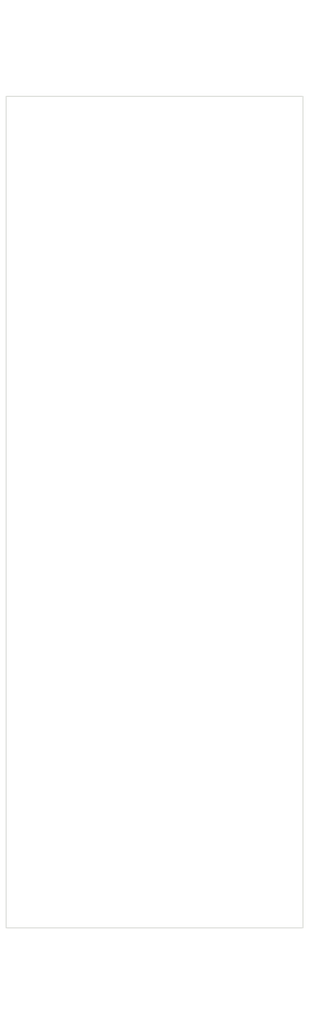
<source format=kicad_pcb>
(kicad_pcb (version 20211014) (generator pcbnew)

  (general
    (thickness 1.6)
  )

  (paper "A4")
  (layers
    (0 "F.Cu" signal)
    (31 "B.Cu" signal)
    (32 "B.Adhes" user "B.Adhesive")
    (33 "F.Adhes" user "F.Adhesive")
    (34 "B.Paste" user)
    (35 "F.Paste" user)
    (36 "B.SilkS" user "B.Silkscreen")
    (37 "F.SilkS" user "F.Silkscreen")
    (38 "B.Mask" user)
    (39 "F.Mask" user)
    (40 "Dwgs.User" user "User.Drawings")
    (41 "Cmts.User" user "User.Comments")
    (42 "Eco1.User" user "User.Eco1")
    (43 "Eco2.User" user "User.Eco2")
    (44 "Edge.Cuts" user)
    (45 "Margin" user)
    (46 "B.CrtYd" user "B.Courtyard")
    (47 "F.CrtYd" user "F.Courtyard")
    (48 "B.Fab" user)
    (49 "F.Fab" user)
    (50 "User.1" user)
    (51 "User.2" user)
    (52 "User.3" user)
    (53 "User.4" user)
    (54 "User.5" user)
    (55 "User.6" user)
    (56 "User.7" user)
    (57 "User.8" user)
    (58 "User.9" user)
  )

  (setup
    (pad_to_mask_clearance 0)
    (pcbplotparams
      (layerselection 0x00010fc_ffffffff)
      (disableapertmacros false)
      (usegerberextensions false)
      (usegerberattributes true)
      (usegerberadvancedattributes true)
      (creategerberjobfile true)
      (svguseinch false)
      (svgprecision 6)
      (excludeedgelayer true)
      (plotframeref false)
      (viasonmask false)
      (mode 1)
      (useauxorigin false)
      (hpglpennumber 1)
      (hpglpenspeed 20)
      (hpglpendiameter 15.000000)
      (dxfpolygonmode true)
      (dxfimperialunits true)
      (dxfusepcbnewfont true)
      (psnegative false)
      (psa4output false)
      (plotreference true)
      (plotvalue true)
      (plotinvisibletext false)
      (sketchpadsonfab false)
      (subtractmaskfromsilk false)
      (outputformat 1)
      (mirror false)
      (drillshape 1)
      (scaleselection 1)
      (outputdirectory "")
    )
  )

  (net 0 "")

  (gr_line (start 0.75 12.5) (end 0.75 120.85) (layer "Edge.Cuts") (width 0.1) (tstamp 1a09a7cb-78f5-4989-9bdf-8b4c4a8beb1d))
  (gr_line (start 39.55 120.85) (end 39.55 12.5) (layer "Edge.Cuts") (width 0.1) (tstamp 2aef071e-f380-49c0-b1ba-860b2a4bd684))
  (gr_line (start 0.75 120.85) (end 39.55 120.85) (layer "Edge.Cuts") (width 0.1) (tstamp 347e4106-0ad8-4579-9925-c65107fafee2))
  (gr_line (start 0.75 12.5) (end 39.55 12.5) (layer "Edge.Cuts") (width 0.1) (tstamp c8cb28f7-4e0d-49a3-8b9b-fcff4adac1d4))
  (gr_line (start 40.3 0) (end 40.3 133.35) (layer "User.1") (width 0.1) (tstamp 14be568d-2e52-4aed-b81b-dddc75cbdd07))
  (gr_line (start 0 133.35) (end 0 0) (layer "User.1") (width 0.1) (tstamp 159574a9-ecec-48bb-adb0-3dc9e65d4e79))
  (gr_line (start 0 0) (end 40.3 0) (layer "User.1") (width 0.1) (tstamp 7a879184-fad8-4feb-afb5-86fe8d34f1f7))
  (gr_line (start 40.3 133.35) (end 0 133.35) (layer "User.1") (width 0.1) (tstamp bc3f6e1f-c81e-4889-865a-0e223a5a22e2))

)

</source>
